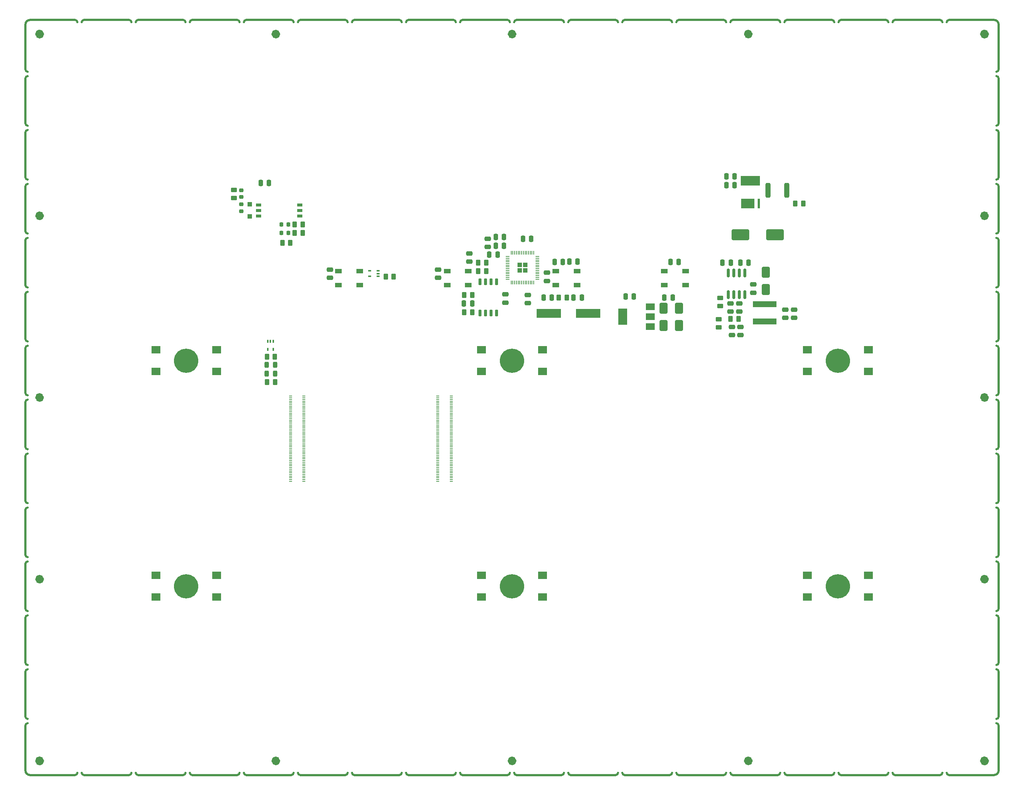
<source format=gtp>
G04 #@! TF.GenerationSoftware,KiCad,Pcbnew,7.0.8-7.0.8~ubuntu23.04.1*
G04 #@! TF.CreationDate,2023-10-20T09:13:35+00:00*
G04 #@! TF.ProjectId,stencil,7374656e-6369-46c2-9e6b-696361645f70,3.0.1*
G04 #@! TF.SameCoordinates,Original*
G04 #@! TF.FileFunction,Paste,Top*
G04 #@! TF.FilePolarity,Positive*
%FSLAX46Y46*%
G04 Gerber Fmt 4.6, Leading zero omitted, Abs format (unit mm)*
G04 Created by KiCad (PCBNEW 7.0.8-7.0.8~ubuntu23.04.1) date 2023-10-20 09:13:35*
%MOMM*%
%LPD*%
G01*
G04 APERTURE LIST*
G04 Aperture macros list*
%AMRoundRect*
0 Rectangle with rounded corners*
0 $1 Rounding radius*
0 $2 $3 $4 $5 $6 $7 $8 $9 X,Y pos of 4 corners*
0 Add a 4 corners polygon primitive as box body*
4,1,4,$2,$3,$4,$5,$6,$7,$8,$9,$2,$3,0*
0 Add four circle primitives for the rounded corners*
1,1,$1+$1,$2,$3*
1,1,$1+$1,$4,$5*
1,1,$1+$1,$6,$7*
1,1,$1+$1,$8,$9*
0 Add four rect primitives between the rounded corners*
20,1,$1+$1,$2,$3,$4,$5,0*
20,1,$1+$1,$4,$5,$6,$7,0*
20,1,$1+$1,$6,$7,$8,$9,0*
20,1,$1+$1,$8,$9,$2,$3,0*%
G04 Aperture macros list end*
%ADD10C,0.500000*%
%ADD11C,1.000000*%
%ADD12C,1.050000*%
%ADD13RoundRect,0.250000X-0.250000X-0.475000X0.250000X-0.475000X0.250000X0.475000X-0.250000X0.475000X0*%
%ADD14RoundRect,0.250000X-0.262500X-0.450000X0.262500X-0.450000X0.262500X0.450000X-0.262500X0.450000X0*%
%ADD15RoundRect,0.250000X0.475000X-0.250000X0.475000X0.250000X-0.475000X0.250000X-0.475000X-0.250000X0*%
%ADD16RoundRect,0.250000X0.262500X0.450000X-0.262500X0.450000X-0.262500X-0.450000X0.262500X-0.450000X0*%
%ADD17RoundRect,0.250000X-0.650000X1.000000X-0.650000X-1.000000X0.650000X-1.000000X0.650000X1.000000X0*%
%ADD18RoundRect,0.150000X-0.150000X0.825000X-0.150000X-0.825000X0.150000X-0.825000X0.150000X0.825000X0*%
%ADD19RoundRect,0.250000X-0.475000X0.250000X-0.475000X-0.250000X0.475000X-0.250000X0.475000X0.250000X0*%
%ADD20R,2.000000X1.500000*%
%ADD21R,2.000000X3.800000*%
%ADD22C,5.600000*%
%ADD23RoundRect,0.250000X0.250000X0.475000X-0.250000X0.475000X-0.250000X-0.475000X0.250000X-0.475000X0*%
%ADD24R,1.500000X1.000000*%
%ADD25RoundRect,0.250000X0.450000X-0.262500X0.450000X0.262500X-0.450000X0.262500X-0.450000X-0.262500X0*%
%ADD26R,2.000000X1.800000*%
%ADD27R,5.500000X1.430000*%
%ADD28RoundRect,0.250000X-0.450000X0.262500X-0.450000X-0.262500X0.450000X-0.262500X0.450000X0.262500X0*%
%ADD29R,3.150000X2.200000*%
%ADD30R,0.600000X2.200000*%
%ADD31R,4.400000X2.200000*%
%ADD32R,1.300000X0.800000*%
%ADD33RoundRect,0.250000X-1.750000X-1.000000X1.750000X-1.000000X1.750000X1.000000X-1.750000X1.000000X0*%
%ADD34RoundRect,0.250000X0.292217X-0.292217X0.292217X0.292217X-0.292217X0.292217X-0.292217X-0.292217X0*%
%ADD35RoundRect,0.050000X0.050000X-0.387500X0.050000X0.387500X-0.050000X0.387500X-0.050000X-0.387500X0*%
%ADD36RoundRect,0.050000X0.387500X-0.050000X0.387500X0.050000X-0.387500X0.050000X-0.387500X-0.050000X0*%
%ADD37RoundRect,0.243750X0.243750X0.456250X-0.243750X0.456250X-0.243750X-0.456250X0.243750X-0.456250X0*%
%ADD38RoundRect,0.218750X0.256250X-0.218750X0.256250X0.218750X-0.256250X0.218750X-0.256250X-0.218750X0*%
%ADD39RoundRect,0.250000X-0.300000X0.300000X-0.300000X-0.300000X0.300000X-0.300000X0.300000X0.300000X0*%
%ADD40RoundRect,0.250000X0.650000X-1.000000X0.650000X1.000000X-0.650000X1.000000X-0.650000X-1.000000X0*%
%ADD41RoundRect,0.218750X-0.256250X0.218750X-0.256250X-0.218750X0.256250X-0.218750X0.256250X0.218750X0*%
%ADD42RoundRect,0.250000X0.312500X1.450000X-0.312500X1.450000X-0.312500X-1.450000X0.312500X-1.450000X0*%
%ADD43R,5.600000X2.100000*%
%ADD44RoundRect,0.150000X0.150000X-0.650000X0.150000X0.650000X-0.150000X0.650000X-0.150000X-0.650000X0*%
%ADD45R,0.700000X0.200000*%
%ADD46RoundRect,0.218750X-0.218750X-0.256250X0.218750X-0.256250X0.218750X0.256250X-0.218750X0.256250X0*%
%ADD47R,0.650000X0.400000*%
%ADD48R,0.400000X0.650000*%
G04 APERTURE END LIST*
D10*
X198994346Y29637246D02*
G75*
G03*
X198494385Y30137246I-499961J39D01*
G01*
X125327713Y142494357D02*
G75*
G03*
X124827713Y141994385I-28J-499972D01*
G01*
X175105489Y142494381D02*
G75*
G03*
X174605489Y141994385I-4J-499996D01*
G01*
X111383285Y141994385D02*
G75*
G03*
X110883269Y142494385I-500000J0D01*
G01*
X198494385Y93280085D02*
G75*
G03*
X198994385Y93780101I0J500000D01*
G01*
X-25005615Y44065817D02*
G75*
G03*
X-24505615Y43565817I500001J1D01*
G01*
X61105493Y-31505623D02*
G75*
G03*
X61605493Y-31005615I-8J500008D01*
G01*
X383285Y-31005615D02*
G75*
G03*
X883273Y-31505615I500000J0D01*
G01*
X198994385Y91780101D02*
X198994385Y81351530D01*
X75049985Y-31005615D02*
G75*
G03*
X75549937Y-31505615I500000J0D01*
G01*
X137272185Y-31005615D02*
G75*
G03*
X137772157Y-31505615I500000J0D01*
G01*
X198994404Y4780104D02*
G75*
G03*
X198494385Y5280104I-500019J-19D01*
G01*
D11*
X33119385Y-28255615D02*
G75*
G03*
X33119385Y-28255615I-500000J0D01*
G01*
D10*
X13327717Y142494353D02*
G75*
G03*
X12827717Y141994385I-32J-499968D01*
G01*
X12827685Y-31005615D02*
G75*
G03*
X13327717Y-31505615I500000J0D01*
G01*
X187549933Y142494385D02*
X197994377Y142494385D01*
X-25005615Y-20077038D02*
X-25005615Y-30505609D01*
D11*
X141869385Y139244385D02*
G75*
G03*
X141869385Y139244385I-500000J0D01*
G01*
D10*
X75549937Y142494385D02*
X85994381Y142494385D01*
X125327713Y142494385D02*
X135772157Y142494385D01*
X-11561171Y142494391D02*
G75*
G03*
X-12061171Y141994385I6J-500006D01*
G01*
X173105489Y-31505619D02*
G75*
G03*
X173605489Y-31005615I-4J500004D01*
G01*
D11*
X87494385Y-28255615D02*
G75*
G03*
X87494385Y-28255615I-500000J0D01*
G01*
D10*
X13327717Y-31505615D02*
X23772161Y-31505615D01*
X99938785Y-31005615D02*
G75*
G03*
X100438825Y-31505615I500000J0D01*
G01*
X883273Y142494397D02*
G75*
G03*
X383273Y141994385I12J-500012D01*
G01*
X38216605Y142494365D02*
G75*
G03*
X37716605Y141994385I-20J-499980D01*
G01*
X85994381Y-31505611D02*
G75*
G03*
X86494381Y-31005615I4J499996D01*
G01*
X198994385Y54494388D02*
X198994385Y44065817D01*
X198994417Y42065817D02*
G75*
G03*
X198494385Y42565817I-500032J-32D01*
G01*
X50661049Y-31505615D02*
X61105493Y-31505615D01*
X162661045Y-31505615D02*
X173105489Y-31505615D01*
X-24505615Y5280104D02*
G75*
G03*
X-25005615Y4780104I1J-500001D01*
G01*
X198994385Y-7648467D02*
X198994385Y-18077038D01*
X112383285Y-31005615D02*
G75*
G03*
X112883269Y-31505615I500000J0D01*
G01*
X-25005615Y-5648467D02*
G75*
G03*
X-24505615Y-6148467I500001J1D01*
G01*
D11*
X196244385Y55494385D02*
G75*
G03*
X196244385Y55494385I-500000J0D01*
G01*
D10*
X198494385Y80851485D02*
G75*
G03*
X198994385Y81351530I0J500000D01*
G01*
X198994385Y129065814D02*
X198994385Y118637243D01*
X63105493Y-31505615D02*
X73549937Y-31505615D01*
X23772161Y-31505591D02*
G75*
G03*
X24272161Y-31005615I24J499976D01*
G01*
X25272185Y-31005615D02*
G75*
G03*
X25772161Y-31505615I500000J0D01*
G01*
X-25005615Y42065817D02*
X-25005615Y31637246D01*
X-13561171Y-31505619D02*
G75*
G03*
X-13061171Y-31005615I-4J500004D01*
G01*
X74049985Y141994385D02*
G75*
G03*
X73549937Y142494385I-500000J0D01*
G01*
X112883269Y142494385D02*
X123327713Y142494385D01*
X25772161Y142494409D02*
G75*
G03*
X25272161Y141994385I24J-500024D01*
G01*
X198994385Y141494385D02*
X198994385Y131065814D01*
X-25005615Y118637243D02*
G75*
G03*
X-24505615Y118137243I500001J1D01*
G01*
X-25005615Y17208675D02*
X-25005615Y6780104D01*
X-25005615Y141494385D02*
X-25005615Y131065814D01*
X198494385Y118137285D02*
G75*
G03*
X198994385Y118637243I0J500000D01*
G01*
X-13061175Y141994385D02*
G75*
G03*
X-13561171Y142494385I-500000J0D01*
G01*
X149716585Y-31005615D02*
G75*
G03*
X150216601Y-31505615I500000J0D01*
G01*
X137772157Y142494385D02*
X148216601Y142494385D01*
X198994343Y116637243D02*
G75*
G03*
X198494385Y117137243I-499958J42D01*
G01*
X50661049Y142494385D02*
X61105493Y142494385D01*
D11*
X196244385Y97369385D02*
G75*
G03*
X196244385Y97369385I-500000J0D01*
G01*
D10*
X137772157Y142494413D02*
G75*
G03*
X137272157Y141994385I28J-500028D01*
G01*
X150216601Y-31505615D02*
X160661045Y-31505615D01*
X-25005615Y79351530D02*
X-25005615Y68922959D01*
X-25005615Y56494388D02*
G75*
G03*
X-24505615Y55994388I500001J1D01*
G01*
X198994385Y42065817D02*
X198994385Y31637246D01*
X198994359Y66922959D02*
G75*
G03*
X198494385Y67422959I-499974J26D01*
G01*
X148716585Y141994385D02*
G75*
G03*
X148216601Y142494385I-500000J0D01*
G01*
X63105493Y142494385D02*
X73549937Y142494385D01*
X11827685Y141994385D02*
G75*
G03*
X11327717Y142494385I-500000J0D01*
G01*
X174605485Y-31005615D02*
G75*
G03*
X175105489Y-31505615I500000J0D01*
G01*
X123327713Y-31505643D02*
G75*
G03*
X123827713Y-31005615I-28J500028D01*
G01*
X198494385Y55994385D02*
G75*
G03*
X198994385Y56494388I0J500000D01*
G01*
X-25005615Y104208672D02*
X-25005615Y93780101D01*
X112883269Y142494401D02*
G75*
G03*
X112383269Y141994385I16J-500016D01*
G01*
X36216605Y-31505635D02*
G75*
G03*
X36716605Y-31005615I-20J500020D01*
G01*
X50161085Y-31005615D02*
G75*
G03*
X50661049Y-31505615I500000J0D01*
G01*
X-25005615Y93780101D02*
G75*
G03*
X-24505615Y93280101I500001J1D01*
G01*
X150216601Y142494369D02*
G75*
G03*
X149716601Y141994385I-16J-499984D01*
G01*
X175105489Y142494385D02*
X185549933Y142494385D01*
X198994385Y29637246D02*
X198994385Y19208675D01*
X162161085Y-31005615D02*
G75*
G03*
X162661045Y-31505615I500000J0D01*
G01*
X198494385Y105708685D02*
G75*
G03*
X198994385Y106208672I0J500000D01*
G01*
X-25005615Y68922959D02*
G75*
G03*
X-24505615Y68422959I500001J1D01*
G01*
X198494385Y68422985D02*
G75*
G03*
X198994385Y68922959I0J500000D01*
G01*
X-25005615Y131065814D02*
G75*
G03*
X-24505615Y130565814I500001J1D01*
G01*
X-24005615Y-31505615D02*
X-13561171Y-31505615D01*
X-24505615Y104708672D02*
G75*
G03*
X-25005615Y104208672I1J-500001D01*
G01*
X87994381Y-31505615D02*
X98438825Y-31505615D01*
X162661045Y142494425D02*
G75*
G03*
X162161045Y141994385I40J-500040D01*
G01*
X148216601Y-31505631D02*
G75*
G03*
X148716601Y-31005615I-16J500016D01*
G01*
D12*
X-21230615Y-28255615D02*
G75*
G03*
X-21230615Y-28255615I-525000J0D01*
G01*
D10*
X-24505615Y129565814D02*
G75*
G03*
X-25005615Y129065814I1J-500001D01*
G01*
X-25005615Y4780104D02*
X-25005615Y-5648467D01*
X175105489Y-31505615D02*
X185549933Y-31505615D01*
X198994385Y-20077038D02*
X198994385Y-30505609D01*
X198494385Y-6148515D02*
G75*
G03*
X198994385Y-5648467I0J500000D01*
G01*
X-25005615Y19208675D02*
G75*
G03*
X-24505615Y18708675I500001J1D01*
G01*
X198994385Y17208675D02*
X198994385Y6780104D01*
X-1116727Y-31505603D02*
G75*
G03*
X-616727Y-31005615I12J499988D01*
G01*
D11*
X33119385Y139244385D02*
G75*
G03*
X33119385Y139244385I-500000J0D01*
G01*
D10*
X98938785Y141994385D02*
G75*
G03*
X98438825Y142494385I-500000J0D01*
G01*
X-24505615Y-19577038D02*
G75*
G03*
X-25005615Y-20077038I1J-500001D01*
G01*
X198994385Y66922959D02*
X198994385Y56494388D01*
X-25005615Y6780104D02*
G75*
G03*
X-24505615Y6280104I500001J1D01*
G01*
X-25005615Y54494388D02*
X-25005615Y44065817D01*
X-24505615Y92280101D02*
G75*
G03*
X-25005615Y91780101I1J-500001D01*
G01*
X61605485Y141994385D02*
G75*
G03*
X61105493Y142494385I-500000J0D01*
G01*
X186049885Y141994385D02*
G75*
G03*
X185549933Y142494385I-500000J0D01*
G01*
X-25005615Y81351530D02*
G75*
G03*
X-24505615Y80851530I500001J1D01*
G01*
X-25005615Y91780101D02*
X-25005615Y81351530D01*
X63105493Y142494377D02*
G75*
G03*
X62605493Y141994385I-8J-499992D01*
G01*
D11*
X87494385Y139244385D02*
G75*
G03*
X87494385Y139244385I-500000J0D01*
G01*
D10*
X38216605Y-31505615D02*
X48661049Y-31505615D01*
X25772161Y-31505615D02*
X36216605Y-31505615D01*
X112883269Y-31505615D02*
X123327713Y-31505615D01*
X-11561171Y-31505615D02*
X-1116727Y-31505615D01*
X-24505615Y42565817D02*
G75*
G03*
X-25005615Y42065817I1J-500001D01*
G01*
X198994385Y141494385D02*
G75*
G03*
X197994385Y142494385I-1000000J0D01*
G01*
X162661045Y142494385D02*
X173105489Y142494385D01*
X-25005615Y129065814D02*
X-25005615Y118637243D01*
X198494385Y130565785D02*
G75*
G03*
X198994385Y131065814I0J500000D01*
G01*
X-24505615Y79851530D02*
G75*
G03*
X-25005615Y79351530I1J-500001D01*
G01*
X173605485Y141994385D02*
G75*
G03*
X173105489Y142494385I-500000J0D01*
G01*
X198994372Y104208672D02*
G75*
G03*
X198494385Y104708672I-499987J13D01*
G01*
X100438825Y142494385D02*
X110883269Y142494385D01*
X-11561171Y142494385D02*
X-1116727Y142494385D01*
X198994385Y79351530D02*
X198994385Y68922959D01*
X73549937Y-31505567D02*
G75*
G03*
X74049937Y-31005615I48J499952D01*
G01*
X198994414Y129065814D02*
G75*
G03*
X198494385Y129565814I-500029J-29D01*
G01*
X75549937Y-31505615D02*
X85994381Y-31505615D01*
X124827685Y-31005615D02*
G75*
G03*
X125327713Y-31505615I500000J0D01*
G01*
D12*
X-21230615Y139244385D02*
G75*
G03*
X-21230615Y139244385I-525000J0D01*
G01*
D11*
X141869385Y-28255615D02*
G75*
G03*
X141869385Y-28255615I-500000J0D01*
G01*
D10*
X38216605Y142494385D02*
X48661049Y142494385D01*
D11*
X196244385Y13619385D02*
G75*
G03*
X196244385Y13619385I-500000J0D01*
G01*
D10*
X123827685Y141994385D02*
G75*
G03*
X123327713Y142494385I-500000J0D01*
G01*
X-24505615Y30137246D02*
G75*
G03*
X-25005615Y29637246I1J-500001D01*
G01*
X36716585Y141994385D02*
G75*
G03*
X36216605Y142494385I-500000J0D01*
G01*
X883273Y-31505615D02*
X11327717Y-31505615D01*
X24272185Y141994385D02*
G75*
G03*
X23772161Y142494385I-500000J0D01*
G01*
X-24005615Y142494385D02*
X-13561171Y142494385D01*
X62605485Y-31005615D02*
G75*
G03*
X63105493Y-31505615I500000J0D01*
G01*
X198994401Y91780101D02*
G75*
G03*
X198494385Y92280101I-500016J-16D01*
G01*
X-25005615Y-30505615D02*
G75*
G03*
X-24005615Y-31505615I999999J-1D01*
G01*
D12*
X196269385Y139244385D02*
G75*
G03*
X196269385Y139244385I-525000J0D01*
G01*
D10*
X98438825Y-31505655D02*
G75*
G03*
X98938825Y-31005615I-40J500040D01*
G01*
X-25005615Y31637246D02*
G75*
G03*
X-24505615Y31137246I500001J1D01*
G01*
X13327717Y142494385D02*
X23772161Y142494385D01*
X-12061165Y-31005615D02*
G75*
G03*
X-11561171Y-31505615I500000J0D01*
G01*
X-24505615Y17708675D02*
G75*
G03*
X-25005615Y17208675I1J-500001D01*
G01*
X187549933Y142494337D02*
G75*
G03*
X187049933Y141994385I-48J-499952D01*
G01*
X198494385Y6280085D02*
G75*
G03*
X198994385Y6780104I0J500000D01*
G01*
X87994381Y142494389D02*
G75*
G03*
X87494381Y141994385I4J-500004D01*
G01*
X197994385Y-31505615D02*
G75*
G03*
X198994385Y-30505615I0J1000000D01*
G01*
D12*
X196269385Y-28255615D02*
G75*
G03*
X196269385Y-28255615I-525000J0D01*
G01*
D10*
X100438825Y142494345D02*
G75*
G03*
X99938825Y141994385I-40J-499960D01*
G01*
X137772157Y-31505615D02*
X148216601Y-31505615D01*
X198994362Y-20077038D02*
G75*
G03*
X198494385Y-19577038I-499977J23D01*
G01*
X75549937Y142494433D02*
G75*
G03*
X75049937Y141994385I48J-500048D01*
G01*
X86494385Y141994385D02*
G75*
G03*
X85994381Y142494385I-500000J0D01*
G01*
X198994430Y79351530D02*
G75*
G03*
X198494385Y79851530I-500045J-45D01*
G01*
X-25005615Y29637246D02*
X-25005615Y19208675D01*
X198494385Y18708685D02*
G75*
G03*
X198994385Y19208675I0J500000D01*
G01*
X160661045Y-31505575D02*
G75*
G03*
X161161045Y-31005615I40J499960D01*
G01*
X150216601Y142494385D02*
X160661045Y142494385D01*
X50661049Y142494421D02*
G75*
G03*
X50161049Y141994385I36J-500036D01*
G01*
X-24505615Y-7148467D02*
G75*
G03*
X-25005615Y-7648467I1J-500001D01*
G01*
X-25005615Y-18077038D02*
G75*
G03*
X-24505615Y-18577038I500001J1D01*
G01*
X-24505615Y117137243D02*
G75*
G03*
X-25005615Y116637243I1J-500001D01*
G01*
D11*
X-21255615Y55494385D02*
G75*
G03*
X-21255615Y55494385I-500000J0D01*
G01*
D10*
X135772157Y-31505587D02*
G75*
G03*
X136272157Y-31005615I28J499972D01*
G01*
D11*
X-21255615Y13619385D02*
G75*
G03*
X-21255615Y13619385I-500000J0D01*
G01*
D10*
X100438825Y-31505615D02*
X110883269Y-31505615D01*
X187549933Y-31505615D02*
X197994377Y-31505615D01*
X125327713Y-31505615D02*
X135772157Y-31505615D01*
X49161085Y141994385D02*
G75*
G03*
X48661049Y142494385I-500000J0D01*
G01*
X87994381Y142494385D02*
X98438825Y142494385D01*
D11*
X-21255615Y97369385D02*
G75*
G03*
X-21255615Y97369385I-500000J0D01*
G01*
D10*
X87494385Y-31005615D02*
G75*
G03*
X87994381Y-31505615I500000J0D01*
G01*
X161161085Y141994385D02*
G75*
G03*
X160661045Y142494385I-500000J0D01*
G01*
X-25005615Y106208672D02*
G75*
G03*
X-24505615Y105708672I500001J1D01*
G01*
X198494385Y-18577015D02*
G75*
G03*
X198994385Y-18077038I0J500000D01*
G01*
X110883269Y-31505599D02*
G75*
G03*
X111383269Y-31005615I16J499984D01*
G01*
X198994433Y-7648467D02*
G75*
G03*
X198494385Y-7148467I-500048J-48D01*
G01*
X-24005615Y142494385D02*
G75*
G03*
X-25005615Y141494385I-1J-999999D01*
G01*
X-25005615Y-7648467D02*
X-25005615Y-18077038D01*
X-25005615Y66922959D02*
X-25005615Y56494388D01*
X25772161Y142494385D02*
X36216605Y142494385D01*
X48661049Y-31505579D02*
G75*
G03*
X49161049Y-31005615I36J499964D01*
G01*
X198994385Y116637243D02*
X198994385Y106208672D01*
X-25005615Y116637243D02*
X-25005615Y106208672D01*
X198994375Y17208675D02*
G75*
G03*
X198494385Y17708675I-499990J10D01*
G01*
X-24505615Y67422959D02*
G75*
G03*
X-25005615Y66922959I1J-500001D01*
G01*
X-616715Y141994385D02*
G75*
G03*
X-1116727Y142494385I-500000J0D01*
G01*
X11327717Y-31505647D02*
G75*
G03*
X11827717Y-31005615I-32J500032D01*
G01*
X37716585Y-31005615D02*
G75*
G03*
X38216605Y-31505615I500000J0D01*
G01*
X198494385Y43565785D02*
G75*
G03*
X198994385Y44065817I0J500000D01*
G01*
X187049885Y-31005615D02*
G75*
G03*
X187549933Y-31505615I500000J0D01*
G01*
X136272185Y141994385D02*
G75*
G03*
X135772157Y142494385I-500000J0D01*
G01*
X198994385Y104208672D02*
X198994385Y93780101D01*
X198494385Y31137285D02*
G75*
G03*
X198994385Y31637246I0J500000D01*
G01*
X198994388Y54494388D02*
G75*
G03*
X198494385Y54994388I-500003J-3D01*
G01*
X-24505615Y54994388D02*
G75*
G03*
X-25005615Y54494388I1J-500001D01*
G01*
X198994385Y4780104D02*
X198994385Y-5648467D01*
X883273Y142494385D02*
X11327717Y142494385D01*
X185549933Y-31505663D02*
G75*
G03*
X186049933Y-31005615I-48J500048D01*
G01*
D13*
G04 #@! TO.C,C22*
X123444385Y86744385D03*
X125344385Y86744385D03*
G04 #@! TD*
G04 #@! TO.C,C20*
X96794385Y86744385D03*
X98694385Y86744385D03*
G04 #@! TD*
D14*
G04 #@! TO.C,R7*
X79221885Y86534385D03*
X81046885Y86534385D03*
G04 #@! TD*
D15*
G04 #@! TO.C,C10*
X81434385Y90194385D03*
X81434385Y92094385D03*
G04 #@! TD*
D16*
G04 #@! TO.C,R12*
X139106885Y73594385D03*
X137281885Y73594385D03*
G04 #@! TD*
D17*
G04 #@! TO.C,D5*
X121894385Y76044385D03*
X121894385Y72044385D03*
G04 #@! TD*
D14*
G04 #@! TO.C,R10*
X76019385Y75144385D03*
X77844385Y75144385D03*
G04 #@! TD*
D18*
G04 #@! TO.C,U6*
X140599385Y84169385D03*
X139329385Y84169385D03*
X138059385Y84169385D03*
X136789385Y84169385D03*
X136789385Y79219385D03*
X138059385Y79219385D03*
X139329385Y79219385D03*
X140599385Y79219385D03*
G04 #@! TD*
D19*
G04 #@! TO.C,C25*
X142494385Y81544385D03*
X142494385Y79644385D03*
G04 #@! TD*
D20*
G04 #@! TO.C,U5*
X118794385Y71844385D03*
X118794385Y74144385D03*
D21*
X112494385Y74144385D03*
D20*
X118794385Y76444385D03*
G04 #@! TD*
D22*
G04 #@! TO.C,H9*
X11994385Y11994385D03*
G04 #@! TD*
D23*
G04 #@! TO.C,C19*
X115034385Y78774385D03*
X113134385Y78774385D03*
G04 #@! TD*
D14*
G04 #@! TO.C,R9*
X79221885Y84634385D03*
X81046885Y84634385D03*
G04 #@! TD*
D23*
G04 #@! TO.C,C14*
X77831885Y77144385D03*
X75931885Y77144385D03*
G04 #@! TD*
G04 #@! TO.C,C4*
X138231885Y106494385D03*
X136331885Y106494385D03*
G04 #@! TD*
D24*
G04 #@! TO.C,D4*
X101944385Y81394385D03*
X101944385Y84594385D03*
X97044385Y84594385D03*
X97044385Y81394385D03*
G04 #@! TD*
D19*
G04 #@! TO.C,C26*
X139594385Y71744385D03*
X139594385Y69844385D03*
G04 #@! TD*
D22*
G04 #@! TO.C,H6*
X86994385Y63994385D03*
G04 #@! TD*
D25*
G04 #@! TO.C,R13*
X134594385Y71681885D03*
X134594385Y73506885D03*
G04 #@! TD*
D22*
G04 #@! TO.C,H5*
X11994385Y63994385D03*
G04 #@! TD*
D14*
G04 #@! TO.C,R8*
X76019385Y79144385D03*
X77844385Y79144385D03*
G04 #@! TD*
D24*
G04 #@! TO.C,D7*
X126944385Y81394385D03*
X126944385Y84594385D03*
X122044385Y84594385D03*
X122044385Y81394385D03*
G04 #@! TD*
D13*
G04 #@! TO.C,C30*
X135444385Y86594385D03*
X137344385Y86594385D03*
G04 #@! TD*
D19*
G04 #@! TO.C,C31*
X149894385Y75744385D03*
X149894385Y73844385D03*
G04 #@! TD*
D26*
G04 #@! TO.C,SW4*
X79994385Y66494385D03*
X93994385Y66494385D03*
X79994385Y61494385D03*
X93994385Y61494385D03*
G04 #@! TD*
D16*
G04 #@! TO.C,R6*
X59731885Y83344385D03*
X57906885Y83344385D03*
G04 #@! TD*
D23*
G04 #@! TO.C,C1*
X31044385Y104894385D03*
X29144385Y104894385D03*
G04 #@! TD*
D19*
G04 #@! TO.C,C5*
X45044385Y84994385D03*
X45044385Y83094385D03*
G04 #@! TD*
D23*
G04 #@! TO.C,C29*
X141444385Y86594385D03*
X139544385Y86594385D03*
G04 #@! TD*
D27*
G04 #@! TO.C,L5*
X145194385Y77014385D03*
X145194385Y72974385D03*
G04 #@! TD*
D24*
G04 #@! TO.C,D3*
X76944385Y81394385D03*
X76944385Y84594385D03*
X72044385Y84594385D03*
X72044385Y81394385D03*
G04 #@! TD*
D22*
G04 #@! TO.C,H8*
X161994385Y63994385D03*
G04 #@! TD*
D15*
G04 #@! TO.C,C17*
X77134385Y86794385D03*
X77134385Y88694385D03*
G04 #@! TD*
D28*
G04 #@! TO.C,R3*
X22994385Y103306885D03*
X22994385Y101481885D03*
G04 #@! TD*
D24*
G04 #@! TO.C,D2*
X51944385Y81394385D03*
X51944385Y84594385D03*
X47044385Y84594385D03*
X47044385Y81394385D03*
G04 #@! TD*
D19*
G04 #@! TO.C,C6*
X69994385Y84994385D03*
X69994385Y83094385D03*
G04 #@! TD*
G04 #@! TO.C,C9*
X85444385Y79244385D03*
X85444385Y77344385D03*
G04 #@! TD*
D29*
G04 #@! TO.C,Q1*
X141219385Y100234385D03*
D30*
X143759385Y100234385D03*
D31*
X141854385Y105434385D03*
G04 #@! TD*
D14*
G04 #@! TO.C,R11*
X97781885Y78494385D03*
X99606885Y78494385D03*
G04 #@! TD*
D22*
G04 #@! TO.C,H10*
X86994385Y11994385D03*
G04 #@! TD*
D26*
G04 #@! TO.C,SW3*
X4994385Y66494385D03*
X18994385Y66494385D03*
X4994385Y61494385D03*
X18994385Y61494385D03*
G04 #@! TD*
D23*
G04 #@! TO.C,C2*
X138231885Y104394385D03*
X136331885Y104394385D03*
G04 #@! TD*
D32*
G04 #@! TO.C,U1*
X28644385Y99864385D03*
X28644385Y98594385D03*
X28644385Y97324385D03*
X38144385Y97324385D03*
X38144385Y98594385D03*
X38144385Y99864385D03*
G04 #@! TD*
D16*
G04 #@! TO.C,R1*
X38806885Y95381885D03*
X36981885Y95381885D03*
G04 #@! TD*
D14*
G04 #@! TO.C,R16*
X30631885Y59044385D03*
X32456885Y59044385D03*
G04 #@! TD*
D33*
G04 #@! TO.C,C3*
X139561885Y92994385D03*
X147561885Y92994385D03*
G04 #@! TD*
D34*
G04 #@! TO.C,U4*
X88756885Y84756885D03*
X90031885Y84756885D03*
X88756885Y86031885D03*
X90031885Y86031885D03*
D35*
X86794385Y81956885D03*
X87194385Y81956885D03*
X87594385Y81956885D03*
X87994385Y81956885D03*
X88394385Y81956885D03*
X88794385Y81956885D03*
X89194385Y81956885D03*
X89594385Y81956885D03*
X89994385Y81956885D03*
X90394385Y81956885D03*
X90794385Y81956885D03*
X91194385Y81956885D03*
X91594385Y81956885D03*
X91994385Y81956885D03*
D36*
X92831885Y82794385D03*
X92831885Y83194385D03*
X92831885Y83594385D03*
X92831885Y83994385D03*
X92831885Y84394385D03*
X92831885Y84794385D03*
X92831885Y85194385D03*
X92831885Y85594385D03*
X92831885Y85994385D03*
X92831885Y86394385D03*
X92831885Y86794385D03*
X92831885Y87194385D03*
X92831885Y87594385D03*
X92831885Y87994385D03*
D35*
X91994385Y88831885D03*
X91594385Y88831885D03*
X91194385Y88831885D03*
X90794385Y88831885D03*
X90394385Y88831885D03*
X89994385Y88831885D03*
X89594385Y88831885D03*
X89194385Y88831885D03*
X88794385Y88831885D03*
X88394385Y88831885D03*
X87994385Y88831885D03*
X87594385Y88831885D03*
X87194385Y88831885D03*
X86794385Y88831885D03*
D36*
X85956885Y87994385D03*
X85956885Y87594385D03*
X85956885Y87194385D03*
X85956885Y86794385D03*
X85956885Y86394385D03*
X85956885Y85994385D03*
X85956885Y85594385D03*
X85956885Y85194385D03*
X85956885Y84794385D03*
X85956885Y84394385D03*
X85956885Y83994385D03*
X85956885Y83594385D03*
X85956885Y83194385D03*
X85956885Y82794385D03*
G04 #@! TD*
D37*
G04 #@! TO.C,D10*
X32431885Y62994385D03*
X30556885Y62994385D03*
G04 #@! TD*
D13*
G04 #@! TO.C,C28*
X122044385Y78544385D03*
X123944385Y78544385D03*
G04 #@! TD*
D17*
G04 #@! TO.C,D8*
X125424385Y76044385D03*
X125424385Y72044385D03*
G04 #@! TD*
D13*
G04 #@! TO.C,C15*
X89494385Y92044385D03*
X91394385Y92044385D03*
G04 #@! TD*
D14*
G04 #@! TO.C,R2*
X36981885Y93444385D03*
X38806885Y93444385D03*
G04 #@! TD*
D38*
G04 #@! TO.C,L4*
X24694385Y101706885D03*
X24694385Y103281885D03*
G04 #@! TD*
D39*
G04 #@! TO.C,D1*
X26594385Y99994385D03*
X26594385Y97194385D03*
G04 #@! TD*
D40*
G04 #@! TO.C,D6*
X145394385Y80394385D03*
X145394385Y84394385D03*
G04 #@! TD*
D13*
G04 #@! TO.C,C21*
X100194385Y86794385D03*
X102094385Y86794385D03*
G04 #@! TD*
D23*
G04 #@! TO.C,C8*
X85134385Y92454385D03*
X83234385Y92454385D03*
G04 #@! TD*
D19*
G04 #@! TO.C,C27*
X137594385Y71744385D03*
X137594385Y69844385D03*
G04 #@! TD*
D14*
G04 #@! TO.C,R4*
X152181885Y100164385D03*
X154006885Y100164385D03*
G04 #@! TD*
D41*
G04 #@! TO.C,L1*
X24694385Y100031885D03*
X24694385Y98456885D03*
G04 #@! TD*
D23*
G04 #@! TO.C,C7*
X96144385Y78494385D03*
X94244385Y78494385D03*
G04 #@! TD*
D42*
G04 #@! TO.C,F1*
X150201885Y103284385D03*
X145926885Y103284385D03*
G04 #@! TD*
D25*
G04 #@! TO.C,R14*
X134894385Y76581885D03*
X134894385Y78406885D03*
G04 #@! TD*
D43*
G04 #@! TO.C,Y1*
X95494385Y74894385D03*
X104494385Y74894385D03*
G04 #@! TD*
D26*
G04 #@! TO.C,SW8*
X154994385Y14494385D03*
X168994385Y14494385D03*
X154994385Y9494385D03*
X168994385Y9494385D03*
G04 #@! TD*
D44*
G04 #@! TO.C,U3*
X79589385Y74944385D03*
X80859385Y74944385D03*
X82129385Y74944385D03*
X83399385Y74944385D03*
X83399385Y82144385D03*
X82129385Y82144385D03*
X80859385Y82144385D03*
X79589385Y82144385D03*
G04 #@! TD*
D22*
G04 #@! TO.C,H13*
X161994385Y11994385D03*
G04 #@! TD*
D45*
G04 #@! TO.C,CM1*
X72994385Y36194385D03*
X69914385Y36194385D03*
X72994385Y36594385D03*
X69914385Y36594385D03*
X72994385Y36994385D03*
X69914385Y36994385D03*
X72994385Y37394385D03*
X69914385Y37394385D03*
X72994385Y37794385D03*
X69914385Y37794385D03*
X72994385Y38194385D03*
X69914385Y38194385D03*
X72994385Y38594385D03*
X69914385Y38594385D03*
X72994385Y38994385D03*
X69914385Y38994385D03*
X72994385Y39394385D03*
X69914385Y39394385D03*
X72994385Y39794385D03*
X69914385Y39794385D03*
X72994385Y40194385D03*
X69914385Y40194385D03*
X72994385Y40594385D03*
X69914385Y40594385D03*
X72994385Y40994385D03*
X69914385Y40994385D03*
X72994385Y41394385D03*
X69914385Y41394385D03*
X72994385Y41794385D03*
X69914385Y41794385D03*
X72994385Y42194385D03*
X69914385Y42194385D03*
X72994385Y42594385D03*
X69914385Y42594385D03*
X72994385Y42994385D03*
X69914385Y42994385D03*
X72994385Y43394385D03*
X69914385Y43394385D03*
X72994385Y43794385D03*
X69914385Y43794385D03*
X72994385Y44194385D03*
X69914385Y44194385D03*
X72994385Y44594385D03*
X69914385Y44594385D03*
X72994385Y44994385D03*
X69914385Y44994385D03*
X72994385Y45394385D03*
X69914385Y45394385D03*
X72994385Y45794385D03*
X69914385Y45794385D03*
X72994385Y46194385D03*
X69914385Y46194385D03*
X72994385Y46594385D03*
X69914385Y46594385D03*
X72994385Y46994385D03*
X69914385Y46994385D03*
X72994385Y47394385D03*
X69914385Y47394385D03*
X72994385Y47794385D03*
X69914385Y47794385D03*
X72994385Y48194385D03*
X69914385Y48194385D03*
X72994385Y48594385D03*
X69914385Y48594385D03*
X72994385Y48994385D03*
X69914385Y48994385D03*
X72994385Y49394385D03*
X69914385Y49394385D03*
X72994385Y49794385D03*
X69914385Y49794385D03*
X72994385Y50194385D03*
X69914385Y50194385D03*
X72994385Y50594385D03*
X69914385Y50594385D03*
X72994385Y50994385D03*
X69914385Y50994385D03*
X72994385Y51394385D03*
X69914385Y51394385D03*
X72994385Y51794385D03*
X69914385Y51794385D03*
X72994385Y52194385D03*
X69914385Y52194385D03*
X72994385Y52594385D03*
X69914385Y52594385D03*
X72994385Y52994385D03*
X69914385Y52994385D03*
X72994385Y53394385D03*
X69914385Y53394385D03*
X72994385Y53794385D03*
X69914385Y53794385D03*
X72994385Y54194385D03*
X69914385Y54194385D03*
X72994385Y54594385D03*
X69914385Y54594385D03*
X72994385Y54994385D03*
X69914385Y54994385D03*
X72994385Y55394385D03*
X69914385Y55394385D03*
X72994385Y55794385D03*
X69914385Y55794385D03*
X39074385Y36194385D03*
X35994385Y36194385D03*
X39074385Y36594385D03*
X35994385Y36594385D03*
X39074385Y36994385D03*
X35994385Y36994385D03*
X39074385Y37394385D03*
X35994385Y37394385D03*
X39074385Y37794385D03*
X35994385Y37794385D03*
X39074385Y38194385D03*
X35994385Y38194385D03*
X39074385Y38594385D03*
X35994385Y38594385D03*
X39074385Y38994385D03*
X35994385Y38994385D03*
X39074385Y39394385D03*
X35994385Y39394385D03*
X39074385Y39794385D03*
X35994385Y39794385D03*
X39074385Y40194385D03*
X35994385Y40194385D03*
X39074385Y40594385D03*
X35994385Y40594385D03*
X39074385Y40994385D03*
X35994385Y40994385D03*
X39074385Y41394385D03*
X35994385Y41394385D03*
X39074385Y41794385D03*
X35994385Y41794385D03*
X39074385Y42194385D03*
X35994385Y42194385D03*
X39074385Y42594385D03*
X35994385Y42594385D03*
X39074385Y42994385D03*
X35994385Y42994385D03*
X39074385Y43394385D03*
X35994385Y43394385D03*
X39074385Y43794385D03*
X35994385Y43794385D03*
X39074385Y44194385D03*
X35994385Y44194385D03*
X39074385Y44594385D03*
X35994385Y44594385D03*
X39074385Y44994385D03*
X35994385Y44994385D03*
X39074385Y45394385D03*
X35994385Y45394385D03*
X39074385Y45794385D03*
X35994385Y45794385D03*
X39074385Y46194385D03*
X35994385Y46194385D03*
X39074385Y46594385D03*
X35994385Y46594385D03*
X39074385Y46994385D03*
X35994385Y46994385D03*
X39074385Y47394385D03*
X35994385Y47394385D03*
X39074385Y47794385D03*
X35994385Y47794385D03*
X39074385Y48194385D03*
X35994385Y48194385D03*
X39074385Y48594385D03*
X35994385Y48594385D03*
X39074385Y48994385D03*
X35994385Y48994385D03*
X39074385Y49394385D03*
X35994385Y49394385D03*
X39074385Y49794385D03*
X35994385Y49794385D03*
X39074385Y50194385D03*
X35994385Y50194385D03*
X39074385Y50594385D03*
X35994385Y50594385D03*
X39074385Y50994385D03*
X35994385Y50994385D03*
X39074385Y51394385D03*
X35994385Y51394385D03*
X39074385Y51794385D03*
X35994385Y51794385D03*
X39074385Y52194385D03*
X35994385Y52194385D03*
X39074385Y52594385D03*
X35994385Y52594385D03*
X39074385Y52994385D03*
X35994385Y52994385D03*
X39074385Y53394385D03*
X35994385Y53394385D03*
X39074385Y53794385D03*
X35994385Y53794385D03*
X39074385Y54194385D03*
X35994385Y54194385D03*
X39074385Y54594385D03*
X35994385Y54594385D03*
X39074385Y54994385D03*
X35994385Y54994385D03*
X39074385Y55394385D03*
X35994385Y55394385D03*
X39074385Y55794385D03*
X35994385Y55794385D03*
G04 #@! TD*
D26*
G04 #@! TO.C,SW5*
X154994385Y66494385D03*
X168994385Y66494385D03*
X154994385Y61494385D03*
X168994385Y61494385D03*
G04 #@! TD*
G04 #@! TO.C,SW6*
X4994385Y14494385D03*
X18994385Y14494385D03*
X4994385Y9494385D03*
X18994385Y9494385D03*
G04 #@! TD*
D19*
G04 #@! TO.C,C32*
X151894385Y75744385D03*
X151894385Y73844385D03*
G04 #@! TD*
D14*
G04 #@! TO.C,R15*
X30581885Y64894385D03*
X32406885Y64894385D03*
G04 #@! TD*
D19*
G04 #@! TO.C,C11*
X95044385Y84244385D03*
X95044385Y82344385D03*
G04 #@! TD*
D37*
G04 #@! TO.C,D9*
X32431885Y60994385D03*
X30556885Y60994385D03*
G04 #@! TD*
D23*
G04 #@! TO.C,C12*
X85144385Y90494385D03*
X83244385Y90494385D03*
G04 #@! TD*
D46*
G04 #@! TO.C,L3*
X33906885Y93444385D03*
X35481885Y93444385D03*
G04 #@! TD*
D16*
G04 #@! TO.C,R5*
X35966885Y91134385D03*
X34141885Y91134385D03*
G04 #@! TD*
D47*
G04 #@! TO.C,U2*
X56144385Y83394385D03*
X56144385Y84044385D03*
X56144385Y84694385D03*
X54244385Y84694385D03*
X54244385Y83394385D03*
G04 #@! TD*
D26*
G04 #@! TO.C,SW7*
X79994385Y14494385D03*
X93994385Y14494385D03*
X79994385Y9494385D03*
X93994385Y9494385D03*
G04 #@! TD*
D48*
G04 #@! TO.C,U7*
X32044385Y68443785D03*
X31394385Y68443785D03*
X30744385Y68443785D03*
X30744385Y66543785D03*
X32044385Y66543785D03*
G04 #@! TD*
D19*
G04 #@! TO.C,C16*
X90634385Y79144385D03*
X90634385Y77244385D03*
G04 #@! TD*
D13*
G04 #@! TO.C,C18*
X101144385Y78494385D03*
X103044385Y78494385D03*
G04 #@! TD*
D15*
G04 #@! TO.C,C24*
X139338135Y75300635D03*
X139338135Y77200635D03*
G04 #@! TD*
D23*
G04 #@! TO.C,C13*
X83674385Y88464385D03*
X81774385Y88464385D03*
G04 #@! TD*
D46*
G04 #@! TO.C,L2*
X33906885Y95331885D03*
X35481885Y95331885D03*
G04 #@! TD*
D15*
G04 #@! TO.C,C23*
X137238135Y75300635D03*
X137238135Y77200635D03*
G04 #@! TD*
M02*

</source>
